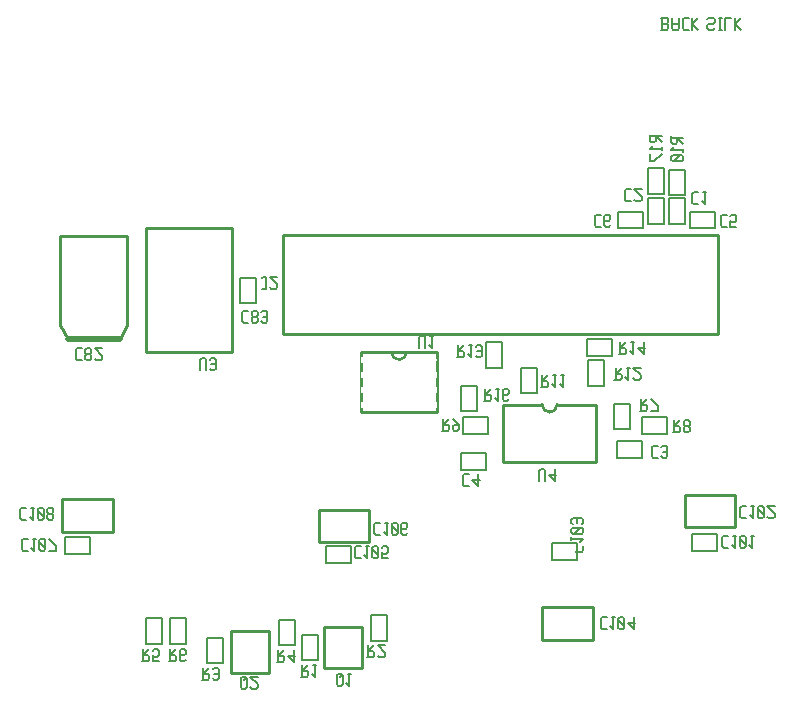
<source format=gbr>
G04 Title: RX Daughterboard, silkscreen, solder side *
G04 Creator: pcb-bin 1.99p *
G04 CreationDate: Tue 01 Mar 2005 01:13:31 AM GMT UTC *
G04 For: matt *
G04 Format: Gerber/RS-274X *
G04 PCB-Dimensions: 330000 250000 *
G04 PCB-Coordinate-Origin: lower left *
%MOIN*%
%FSLAX24Y24*%
%IPPOS*%
%ADD11C,0.0400*%
%ADD12C,0.0250*%
%ADD13C,0.0450*%
%ADD14C,0.0080*%
%ADD15C,0.0280*%
%ADD16C,0.0100*%
%ADD17C,0.0300*%
%ADD18C,0.0600*%
%ADD19C,0.0240*%
%ADD20R,0.0240X0.0240*%
%ADD21R,0.0440X0.0440*%
%ADD22R,0.0300X0.0300*%
%ADD23C,0.0060*%
%ADD24R,0.0480X0.0480*%
%ADD25R,0.0680X0.0680*%
%ADD26R,0.0540X0.0540*%
%ADD27R,0.0970X0.0970*%
%ADD28R,0.1170X0.1170*%
%ADD29R,0.1030X0.1030*%
%ADD30C,0.0200*%
%ADD31R,0.0560X0.0560*%
%ADD32R,0.0860X0.0860*%
%ADD33R,0.0620X0.0620*%
%ADD34R,0.1220X0.1220*%
%ADD35R,0.1520X0.1520*%
%ADD36R,0.1280X0.1280*%
%ADD37R,0.0340X0.0340*%
%ADD38R,0.0640X0.0640*%
%ADD39R,0.0400X0.0400*%
%ADD40R,0.0200X0.0200*%
%ADD41C,0.0720*%
%ADD42C,0.0920X0.0720*%
%ADD43C,0.0920*%
%ADD44C,0.0340*%
%ADD45R,0.0600X0.0600*%
%ADD46R,0.0660X0.0660*%
%ADD47R,0.0900X0.0900X0.0600X0.0600*%
%ADD48R,0.0900X0.0900*%
%ADD49C,0.0660*%
%AMTHERM1*7,0,0,0.0900,0.0600,0.0100,45*%
%ADD50THERM1*%
%ADD51C,0.0900X0.0600*%
%ADD52C,0.0900*%
%ADD53C,0.0500*%
%ADD54R,0.0500X0.0500*%
%ADD55C,0.0750*%
%ADD56C,0.0810*%
%ADD57C,0.0950X0.0750*%
%ADD58C,0.0950*%
%ADD59C,0.0125*%
%AMTHERM2*7,0,0,0.0950,0.0750,0.0125,45*%
%ADD60THERM2*%
%ADD61C,0.1400*%
%ADD62C,0.1460*%
%ADD63C,0.1600X0.1400*%
%ADD64C,0.1600*%
%ADD65C,0.2100*%
%ADD66C,0.2160*%
%AMTHERM3*7,0,0,0.2300,0.2100,0.0500,45*%
%ADD67THERM3*%
%ADD68C,0.2300X0.2100*%
%ADD69C,0.2300*%
%ADD70C,0.0150*%
%ADD71C,0.1320*%
%ADD72C,0.1100*%
%ADD73C,0.1520*%
%ADD74C,0.1520X0.1320*%
%ADD75C,0.0610*%
%ADD76C,0.0610X0.0450*%
%ADD77C,0.0160*%
%AMTHERM4*7,0,0,0.0800,0.0600,0.0160,45*%
%ADD78THERM4*%
%ADD79C,0.0800*%
%ADD80C,0.0800X0.0600*%
%AMTHERM5*7,0,0,0.0800,0.0600,0.0125,45*%
%ADD81THERM5*%
%AMTHERM6*7,0,0,0.0600,0.0400,0.0100,45*%
%ADD82THERM6*%
%ADD83C,0.0600X0.0400*%
%ADD84C,0.0360*%
%ADD85C,0.0560*%
%ADD86C,0.0560X0.0360*%
%AMTHERM7*7,0,0,0.0560,0.0360,0.0080,45*%
%ADD87THERM7*%
%LNGROUP_1*%
%LPD*%
G01X0Y0D02*
G54D23*X6630Y5680D02*Y6220D01*
X7470D01*
Y5680D01*
X6630D01*
G04 Text: C107 *
G54D14*X5250Y6180D02*X5400D01*
X5200Y6130D02*X5250Y6180D01*
X5200Y5830D02*Y6130D01*
Y5830D02*X5250Y5780D01*
X5400D01*
X5570Y6180D02*X5670D01*
X5620Y5780D02*Y6180D01*
X5520Y5880D02*X5620Y5780D01*
X5790Y6130D02*X5840Y6180D01*
X5790Y5830D02*Y6130D01*
Y5830D02*X5840Y5780D01*
X5940D01*
X5990Y5830D01*
Y6130D01*
X5940Y6180D02*X5990Y6130D01*
X5840Y6180D02*X5940D01*
X5790Y6080D02*X5990Y5880D01*
X6110Y6180D02*X6360Y5930D01*
Y5780D02*Y5930D01*
X6110Y5780D02*X6360D01*
G54D16*X6560Y6410D02*Y7490D01*
X8240D01*
Y6410D01*
X6560D01*
G04 Text: C108 *
G54D14*X5200Y7210D02*X5350D01*
X5150Y7160D02*X5200Y7210D01*
X5150Y6860D02*Y7160D01*
Y6860D02*X5200Y6810D01*
X5350D01*
X5520Y7210D02*X5620D01*
X5570Y6810D02*Y7210D01*
X5470Y6910D02*X5570Y6810D01*
X5740Y7160D02*X5790Y7210D01*
X5740Y6860D02*Y7160D01*
Y6860D02*X5790Y6810D01*
X5890D01*
X5940Y6860D01*
Y7160D01*
X5890Y7210D02*X5940Y7160D01*
X5790Y7210D02*X5890D01*
X5740Y7110D02*X5940Y6910D01*
X6060Y7160D02*X6110Y7210D01*
X6060Y7060D02*Y7160D01*
Y7060D02*X6110Y7010D01*
X6210D01*
X6260Y7060D01*
Y7160D01*
X6210Y7210D02*X6260Y7160D01*
X6110Y7210D02*X6210D01*
X6060Y6960D02*X6110Y7010D01*
X6060Y6860D02*Y6960D01*
Y6860D02*X6110Y6810D01*
X6210D01*
X6260Y6860D01*
Y6960D01*
X6210Y7010D02*X6260Y6960D01*
G54D23*X15330Y5380D02*Y5920D01*
X16170D01*
Y5380D01*
X15330D01*
G04 Text: C105 *
G54D14*X16350Y5930D02*X16500D01*
X16300Y5880D02*X16350Y5930D01*
X16300Y5580D02*Y5880D01*
Y5580D02*X16350Y5530D01*
X16500D01*
X16670Y5930D02*X16770D01*
X16720Y5530D02*Y5930D01*
X16620Y5630D02*X16720Y5530D01*
X16890Y5880D02*X16940Y5930D01*
X16890Y5580D02*Y5880D01*
Y5580D02*X16940Y5530D01*
X17040D01*
X17090Y5580D01*
Y5880D01*
X17040Y5930D02*X17090Y5880D01*
X16940Y5930D02*X17040D01*
X16890Y5830D02*X17090Y5630D01*
X17210Y5530D02*X17410D01*
X17210D02*Y5730D01*
X17260Y5680D01*
X17360D01*
X17410Y5730D01*
Y5880D01*
X17360Y5930D02*X17410Y5880D01*
X17260Y5930D02*X17360D01*
X17210Y5880D02*X17260Y5930D01*
G54D16*X15110Y6060D02*Y7140D01*
X16790D01*
Y6060D01*
X15110D01*
G04 Text: C106 *
G54D14*X17000Y6710D02*X17150D01*
X16950Y6660D02*X17000Y6710D01*
X16950Y6360D02*Y6660D01*
Y6360D02*X17000Y6310D01*
X17150D01*
X17320Y6710D02*X17420D01*
X17370Y6310D02*Y6710D01*
X17270Y6410D02*X17370Y6310D01*
X17540Y6660D02*X17590Y6710D01*
X17540Y6360D02*Y6660D01*
Y6360D02*X17590Y6310D01*
X17690D01*
X17740Y6360D01*
Y6660D01*
X17690Y6710D02*X17740Y6660D01*
X17590Y6710D02*X17690D01*
X17540Y6610D02*X17740Y6410D01*
X18010Y6310D02*X18060Y6360D01*
X17910Y6310D02*X18010D01*
X17860Y6360D02*X17910Y6310D01*
X17860Y6360D02*Y6660D01*
X17910Y6710D01*
X18010Y6510D02*X18060Y6560D01*
X17860Y6510D02*X18010D01*
X17910Y6710D02*X18010D01*
X18060Y6660D01*
Y6560D02*Y6660D01*
G54D23*X22880Y5480D02*Y6020D01*
X23720D01*
Y5480D01*
X22880D01*
G04 Text: C103 *
G54D14*X23520Y5800D02*Y5950D01*
X23570Y5750D02*X23520Y5800D01*
X23570Y5750D02*X23870D01*
X23920Y5800D01*
Y5950D01*
X23520Y6120D02*Y6220D01*
Y6170D02*X23920D01*
X23820Y6070D02*X23920Y6170D01*
X23570Y6340D02*X23520Y6390D01*
X23570Y6340D02*X23870D01*
X23920Y6390D01*
Y6490D01*
X23870Y6540D01*
X23570D02*X23870D01*
X23520Y6490D02*X23570Y6540D01*
X23520Y6390D02*Y6490D01*
X23620Y6340D02*X23820Y6540D01*
X23870Y6660D02*X23920Y6710D01*
Y6810D01*
X23870Y6860D01*
X23570D02*X23870D01*
X23520Y6810D02*X23570Y6860D01*
X23520Y6710D02*Y6810D01*
X23570Y6660D02*X23520Y6710D01*
X23720D02*Y6860D01*
G54D16*X22560Y2810D02*Y3890D01*
X24240D01*
Y2810D01*
X22560D01*
G04 Text: C104 *
G54D14*X24550Y3560D02*X24700D01*
X24500Y3510D02*X24550Y3560D01*
X24500Y3210D02*Y3510D01*
Y3210D02*X24550Y3160D01*
X24700D01*
X24870Y3560D02*X24970D01*
X24920Y3160D02*Y3560D01*
X24820Y3260D02*X24920Y3160D01*
X25090Y3510D02*X25140Y3560D01*
X25090Y3210D02*Y3510D01*
Y3210D02*X25140Y3160D01*
X25240D01*
X25290Y3210D01*
Y3510D01*
X25240Y3560D02*X25290Y3510D01*
X25140Y3560D02*X25240D01*
X25090Y3460D02*X25290Y3260D01*
X25410Y3360D02*X25610Y3160D01*
X25410Y3360D02*X25660D01*
X25610Y3160D02*Y3560D01*
G54D23*X27530Y6320D02*Y5780D01*
Y6320D02*X28370D01*
Y5780D01*
X27530D02*X28370D01*
G04 Text: C101 *
G54D14*X28600Y6280D02*X28750D01*
X28550Y6230D02*X28600Y6280D01*
X28550Y5930D02*Y6230D01*
Y5930D02*X28600Y5880D01*
X28750D01*
X28920Y6280D02*X29020D01*
X28970Y5880D02*Y6280D01*
X28870Y5980D02*X28970Y5880D01*
X29140Y6230D02*X29190Y6280D01*
X29140Y5930D02*Y6230D01*
Y5930D02*X29190Y5880D01*
X29290D01*
X29340Y5930D01*
Y6230D01*
X29290Y6280D02*X29340Y6230D01*
X29190Y6280D02*X29290D01*
X29140Y6180D02*X29340Y5980D01*
X29510Y6280D02*X29610D01*
X29560Y5880D02*Y6280D01*
X29460Y5980D02*X29560Y5880D01*
G54D16*X27310Y7640D02*Y6560D01*
Y7640D02*X28990D01*
Y6560D01*
X27310D02*X28990D01*
G04 Text: C102 *
G54D14*X29200Y7260D02*X29350D01*
X29150Y7210D02*X29200Y7260D01*
X29150Y6910D02*Y7210D01*
Y6910D02*X29200Y6860D01*
X29350D01*
X29520Y7260D02*X29620D01*
X29570Y6860D02*Y7260D01*
X29470Y6960D02*X29570Y6860D01*
X29740Y7210D02*X29790Y7260D01*
X29740Y6910D02*Y7210D01*
Y6910D02*X29790Y6860D01*
X29890D01*
X29940Y6910D01*
Y7210D01*
X29890Y7260D02*X29940Y7210D01*
X29790Y7260D02*X29890D01*
X29740Y7160D02*X29940Y6960D01*
X30060Y6910D02*X30110Y6860D01*
X30260D01*
X30310Y6910D01*
Y7010D01*
X30060Y7260D02*X30310Y7010D01*
X30060Y7260D02*X30310D01*
G54D23*X12480Y14870D02*X13020D01*
Y14030D01*
X12480D02*X13020D01*
X12480Y14870D02*Y14030D01*
G04 Text: C83 *
G54D14*X12600Y13780D02*X12750D01*
X12550Y13730D02*X12600Y13780D01*
X12550Y13430D02*Y13730D01*
Y13430D02*X12600Y13380D01*
X12750D01*
X12870Y13730D02*X12920Y13780D01*
X12870Y13630D02*Y13730D01*
Y13630D02*X12920Y13580D01*
X13020D01*
X13070Y13630D01*
Y13730D01*
X13020Y13780D02*X13070Y13730D01*
X12920Y13780D02*X13020D01*
X12870Y13530D02*X12920Y13580D01*
X12870Y13430D02*Y13530D01*
Y13430D02*X12920Y13380D01*
X13020D01*
X13070Y13430D01*
Y13530D01*
X13020Y13580D02*X13070Y13530D01*
X13190Y13430D02*X13240Y13380D01*
X13340D01*
X13390Y13430D01*
Y13730D01*
X13340Y13780D02*X13390Y13730D01*
X13240Y13780D02*X13340D01*
X13190Y13730D02*X13240Y13780D01*
Y13580D02*X13390D01*
G54D30*X6730Y12820D02*X8470D01*
G54D16*X6730D02*X6480Y13300D01*
Y16280D02*Y13300D01*
Y16280D02*X8720D01*
Y13300D01*
X8470Y12820D01*
G04 Text: C82 *
G54D14*X7050Y12520D02*X7200D01*
X7000Y12470D02*X7050Y12520D01*
X7000Y12170D02*Y12470D01*
Y12170D02*X7050Y12120D01*
X7200D01*
X7320Y12470D02*X7370Y12520D01*
X7320Y12370D02*Y12470D01*
Y12370D02*X7370Y12320D01*
X7470D01*
X7520Y12370D01*
Y12470D01*
X7470Y12520D02*X7520Y12470D01*
X7370Y12520D02*X7470D01*
X7320Y12270D02*X7370Y12320D01*
X7320Y12170D02*Y12270D01*
Y12170D02*X7370Y12120D01*
X7470D01*
X7520Y12170D01*
Y12270D01*
X7470Y12320D02*X7520Y12270D01*
X7640Y12170D02*X7690Y12120D01*
X7840D01*
X7890Y12170D01*
Y12270D01*
X7640Y12520D02*X7890Y12270D01*
X7640Y12520D02*X7890D01*
G54D16*X12200Y16550D02*Y12410D01*
X9350D02*X12200D01*
X9350Y16550D02*Y12410D01*
Y16550D02*X12200D01*
G04 Text: U3 *
G54D14*X11150Y11800D02*Y12150D01*
X11200Y12200D01*
X11300D01*
X11350Y12150D01*
Y11800D02*Y12150D01*
X11470Y11850D02*X11520Y11800D01*
X11620D01*
X11670Y11850D01*
Y12150D01*
X11620Y12200D02*X11670Y12150D01*
X11520Y12200D02*X11620D01*
X11470Y12150D02*X11520Y12200D01*
Y12000D02*X11670D01*
G54D23*X9330Y2680D02*X9870D01*
X9330Y3520D02*Y2680D01*
Y3520D02*X9870D01*
Y2680D01*
G04 Text: R5 *
G54D14*X9200Y2100D02*X9400D01*
X9450Y2150D01*
Y2250D01*
X9400Y2300D02*X9450Y2250D01*
X9250Y2300D02*X9400D01*
X9250Y2100D02*Y2500D01*
Y2300D02*X9450Y2500D01*
X9570Y2100D02*X9770D01*
X9570D02*Y2300D01*
X9620Y2250D01*
X9720D01*
X9770Y2300D01*
Y2450D01*
X9720Y2500D02*X9770Y2450D01*
X9620Y2500D02*X9720D01*
X9570Y2450D02*X9620Y2500D01*
G54D23*X11380Y2030D02*X11920D01*
X11380Y2870D02*Y2030D01*
Y2870D02*X11920D01*
Y2030D01*
G04 Text: R3 *
G54D14*X11200Y1480D02*X11400D01*
X11450Y1530D01*
Y1630D01*
X11400Y1680D02*X11450Y1630D01*
X11250Y1680D02*X11400D01*
X11250Y1480D02*Y1880D01*
Y1680D02*X11450Y1880D01*
X11570Y1530D02*X11620Y1480D01*
X11720D01*
X11770Y1530D01*
Y1830D01*
X11720Y1880D02*X11770Y1830D01*
X11620Y1880D02*X11720D01*
X11570Y1830D02*X11620Y1880D01*
Y1680D02*X11770D01*
G54D16*X13450Y3100D02*Y1710D01*
X12170D02*X13450D01*
X12170Y3100D02*Y1710D01*
Y3100D02*X13450D01*
G04 Text: Q2 *
G54D14*X12500Y1220D02*Y1520D01*
Y1220D02*X12550Y1170D01*
X12650D01*
X12700Y1220D01*
Y1520D01*
X12650Y1570D02*X12700Y1520D01*
X12550Y1570D02*X12650D01*
X12500Y1520D02*X12550Y1570D01*
X12600Y1470D02*X12700Y1570D01*
X12820Y1220D02*X12870Y1170D01*
X13020D01*
X13070Y1220D01*
Y1320D01*
X12820Y1570D02*X13070Y1320D01*
X12820Y1570D02*X13070D01*
G54D23*X25880Y9680D02*Y10220D01*
X26720D01*
Y9680D01*
X25880D01*
G04 Text: R8 *
G54D14*X26900Y9730D02*X27100D01*
X27150Y9780D01*
Y9880D01*
X27100Y9930D02*X27150Y9880D01*
X26950Y9930D02*X27100D01*
X26950Y9730D02*Y10130D01*
Y9930D02*X27150Y10130D01*
X27270Y10080D02*X27320Y10130D01*
X27270Y9980D02*Y10080D01*
Y9980D02*X27320Y9930D01*
X27420D01*
X27470Y9980D01*
Y10080D01*
X27420Y10130D02*X27470Y10080D01*
X27320Y10130D02*X27420D01*
X27270Y9880D02*X27320Y9930D01*
X27270Y9780D02*Y9880D01*
Y9780D02*X27320Y9730D01*
X27420D01*
X27470Y9780D01*
Y9880D01*
X27420Y9930D02*X27470Y9880D01*
G54D23*X24030Y12820D02*Y12280D01*
Y12820D02*X24870D01*
Y12280D01*
X24030D02*X24870D01*
G04 Text: R14 *
G54D14*X25100Y12330D02*X25300D01*
X25350Y12380D01*
Y12480D01*
X25300Y12530D02*X25350Y12480D01*
X25150Y12530D02*X25300D01*
X25150Y12330D02*Y12730D01*
Y12530D02*X25350Y12730D01*
X25520D02*X25620D01*
X25570Y12330D02*Y12730D01*
X25470Y12430D02*X25570Y12330D01*
X25740Y12530D02*X25940Y12330D01*
X25740Y12530D02*X25990D01*
X25940Y12330D02*Y12730D01*
G54D16*X24350Y10650D02*Y8750D01*
X21250D02*X24350D01*
X21250Y10650D02*Y8750D01*
X23050Y10650D02*X24350D01*
X21250D02*X22550D01*
G75*G03X23050Y10650I250J0D01*G01*
G04 Text: U4 *
G54D14*X22450Y8100D02*Y8450D01*
X22500Y8500D01*
X22600D01*
X22650Y8450D01*
Y8100D02*Y8450D01*
X22770Y8300D02*X22970Y8100D01*
X22770Y8300D02*X23020D01*
X22970Y8100D02*Y8500D01*
G54D23*X20680Y11880D02*X21220D01*
X20680Y12720D02*Y11880D01*
Y12720D02*X21220D01*
Y11880D01*
G04 Text: R13 *
G54D14*X19700Y12230D02*X19900D01*
X19950Y12280D01*
Y12380D01*
X19900Y12430D02*X19950Y12380D01*
X19750Y12430D02*X19900D01*
X19750Y12230D02*Y12630D01*
Y12430D02*X19950Y12630D01*
X20120D02*X20220D01*
X20170Y12230D02*Y12630D01*
X20070Y12330D02*X20170Y12230D01*
X20340Y12280D02*X20390Y12230D01*
X20490D01*
X20540Y12280D01*
Y12580D01*
X20490Y12630D02*X20540Y12580D01*
X20390Y12630D02*X20490D01*
X20340Y12580D02*X20390Y12630D01*
Y12430D02*X20540D01*
G54D23*X19830Y10430D02*X20370D01*
X19830Y11270D02*Y10430D01*
Y11270D02*X20370D01*
Y10430D01*
G04 Text: R16 *
G54D14*X20600Y10780D02*X20800D01*
X20850Y10830D01*
Y10930D01*
X20800Y10980D02*X20850Y10930D01*
X20650Y10980D02*X20800D01*
X20650Y10780D02*Y11180D01*
Y10980D02*X20850Y11180D01*
X21020D02*X21120D01*
X21070Y10780D02*Y11180D01*
X20970Y10880D02*X21070Y10780D01*
X21390D02*X21440Y10830D01*
X21290Y10780D02*X21390D01*
X21240Y10830D02*X21290Y10780D01*
X21240Y10830D02*Y11130D01*
X21290Y11180D01*
X21390Y10980D02*X21440Y11030D01*
X21240Y10980D02*X21390D01*
X21290Y11180D02*X21390D01*
X21440Y11130D01*
Y11030D02*Y11130D01*
G54D23*X19830Y9020D02*Y8480D01*
Y9020D02*X20670D01*
Y8480D01*
X19830D02*X20670D01*
G04 Text: C4 *
G54D14*X19950Y8330D02*X20100D01*
X19900Y8280D02*X19950Y8330D01*
X19900Y7980D02*Y8280D01*
Y7980D02*X19950Y7930D01*
X20100D01*
X20220Y8130D02*X20420Y7930D01*
X20220Y8130D02*X20470D01*
X20420Y7930D02*Y8330D01*
G54D23*X24080Y11280D02*X24620D01*
X24080Y12120D02*Y11280D01*
Y12120D02*X24620D01*
Y11280D01*
G04 Text: R12 *
G54D14*X24950Y11480D02*X25150D01*
X25200Y11530D01*
Y11630D01*
X25150Y11680D02*X25200Y11630D01*
X25000Y11680D02*X25150D01*
X25000Y11480D02*Y11880D01*
Y11680D02*X25200Y11880D01*
X25370D02*X25470D01*
X25420Y11480D02*Y11880D01*
X25320Y11580D02*X25420Y11480D01*
X25590Y11530D02*X25640Y11480D01*
X25790D01*
X25840Y11530D01*
Y11630D01*
X25590Y11880D02*X25840Y11630D01*
X25590Y11880D02*X25840D01*
G54D23*X21830Y11030D02*X22370D01*
X21830Y11870D02*Y11030D01*
Y11870D02*X22370D01*
Y11030D01*
G04 Text: R11 *
G54D14*X22500Y11230D02*X22700D01*
X22750Y11280D01*
Y11380D01*
X22700Y11430D02*X22750Y11380D01*
X22550Y11430D02*X22700D01*
X22550Y11230D02*Y11630D01*
Y11430D02*X22750Y11630D01*
X22920D02*X23020D01*
X22970Y11230D02*Y11630D01*
X22870Y11330D02*X22970Y11230D01*
X23190Y11630D02*X23290D01*
X23240Y11230D02*Y11630D01*
X23140Y11330D02*X23240Y11230D01*
G54D23*X24930Y10670D02*X25470D01*
Y9830D02*Y10670D01*
X24930Y9830D02*X25470D01*
X24930D02*Y10670D01*
G04 Text: R7 *
G54D14*X25800Y10450D02*X26000D01*
X26050Y10500D01*
Y10600D01*
X26000Y10650D02*X26050Y10600D01*
X25850Y10650D02*X26000D01*
X25850Y10450D02*Y10850D01*
Y10650D02*X26050Y10850D01*
X26170D02*X26420Y10600D01*
Y10450D02*Y10600D01*
X26170Y10450D02*X26420D01*
G54D16*X13899Y16318D02*Y13018D01*
Y16318D02*X28399D01*
X13899Y13018D02*X28399D01*
Y16318D02*Y13018D01*
G04 Text: J2 *
G54D14*X13199Y14518D02*X13349D01*
Y14868D01*
X13299Y14918D02*X13349Y14868D01*
X13249Y14918D02*X13299D01*
X13199Y14868D02*X13249Y14918D01*
X13469Y14568D02*X13519Y14518D01*
X13669D01*
X13719Y14568D01*
Y14668D01*
X13469Y14918D02*X13719Y14668D01*
X13469Y14918D02*X13719D01*
G54D23*X25920Y17070D02*Y16530D01*
X25080D02*X25920D01*
X25080Y17070D02*Y16530D01*
Y17070D02*X25920D01*
G04 Text: C6 *
G54D14*X24350Y16980D02*X24500D01*
X24300Y16930D02*X24350Y16980D01*
X24300Y16630D02*Y16930D01*
Y16630D02*X24350Y16580D01*
X24500D01*
X24770D02*X24820Y16630D01*
X24670Y16580D02*X24770D01*
X24620Y16630D02*X24670Y16580D01*
X24620Y16630D02*Y16930D01*
X24670Y16980D01*
X24770Y16780D02*X24820Y16830D01*
X24620Y16780D02*X24770D01*
X24670Y16980D02*X24770D01*
X24820Y16930D01*
Y16830D02*Y16930D01*
G54D23*X27480Y16530D02*Y17070D01*
X28320D01*
Y16530D01*
X27480D01*
G04 Text: C5 *
G54D14*X28550Y16980D02*X28700D01*
X28500Y16930D02*X28550Y16980D01*
X28500Y16630D02*Y16930D01*
Y16630D02*X28550Y16580D01*
X28700D01*
X28820D02*X29020D01*
X28820D02*Y16780D01*
X28870Y16730D01*
X28970D01*
X29020Y16780D01*
Y16930D01*
X28970Y16980D02*X29020Y16930D01*
X28870Y16980D02*X28970D01*
X28820Y16930D02*X28870Y16980D01*
G54D23*X16830Y2780D02*X17370D01*
X16830Y3620D02*Y2780D01*
Y3620D02*X17370D01*
Y2780D01*
G04 Text: R2 *
G54D14*X16700Y2230D02*X16900D01*
X16950Y2280D01*
Y2380D01*
X16900Y2430D02*X16950Y2380D01*
X16750Y2430D02*X16900D01*
X16750Y2230D02*Y2630D01*
Y2430D02*X16950Y2630D01*
X17070Y2280D02*X17120Y2230D01*
X17270D01*
X17320Y2280D01*
Y2380D01*
X17070Y2630D02*X17320Y2380D01*
X17070Y2630D02*X17320D01*
G54D23*X14530Y2130D02*X15070D01*
X14530Y2970D02*Y2130D01*
Y2970D02*X15070D01*
Y2130D01*
G04 Text: R1 *
G54D14*X14500Y1580D02*X14700D01*
X14750Y1630D01*
Y1730D01*
X14700Y1780D02*X14750Y1730D01*
X14550Y1780D02*X14700D01*
X14550Y1580D02*Y1980D01*
Y1780D02*X14750Y1980D01*
X14920D02*X15020D01*
X14970Y1580D02*Y1980D01*
X14870Y1680D02*X14970Y1580D01*
G54D16*X16550Y1860D02*Y3250D01*
X15270Y1860D02*X16550D01*
X15270D02*Y3250D01*
X16550D01*
G04 Text: Q1 *
G54D14*X15700Y1320D02*Y1620D01*
Y1320D02*X15750Y1270D01*
X15850D01*
X15900Y1320D01*
Y1620D01*
X15850Y1670D02*X15900Y1620D01*
X15750Y1670D02*X15850D01*
X15700Y1620D02*X15750Y1670D01*
X15800Y1570D02*X15900Y1670D01*
X16070D02*X16170D01*
X16120Y1270D02*Y1670D01*
X16020Y1370D02*X16120Y1270D01*
G54D23*X13780Y2630D02*X14320D01*
X13780Y3470D02*Y2630D01*
Y3470D02*X14320D01*
Y2630D01*
G04 Text: R4 *
G54D14*X13700Y2080D02*X13900D01*
X13950Y2130D01*
Y2230D01*
X13900Y2280D02*X13950Y2230D01*
X13750Y2280D02*X13900D01*
X13750Y2080D02*Y2480D01*
Y2280D02*X13950Y2480D01*
X14070Y2280D02*X14270Y2080D01*
X14070Y2280D02*X14320D01*
X14270Y2080D02*Y2480D01*
G54D23*X26080Y16680D02*X26620D01*
X26080Y17520D02*Y16680D01*
Y17520D02*X26620D01*
Y16680D01*
G04 Text: C2 *
G54D14*X25350Y17830D02*X25500D01*
X25300Y17780D02*X25350Y17830D01*
X25300Y17480D02*Y17780D01*
Y17480D02*X25350Y17430D01*
X25500D01*
X25620Y17480D02*X25670Y17430D01*
X25820D01*
X25870Y17480D01*
Y17580D01*
X25620Y17830D02*X25870Y17580D01*
X25620Y17830D02*X25870D01*
G54D23*X26780Y16680D02*X27320D01*
X26780Y17520D02*Y16680D01*
Y17520D02*X27320D01*
Y16680D01*
G04 Text: C1 *
G54D14*X27600Y17730D02*X27750D01*
X27550Y17680D02*X27600Y17730D01*
X27550Y17380D02*Y17680D01*
Y17380D02*X27600Y17330D01*
X27750D01*
X27920Y17730D02*X28020D01*
X27970Y17330D02*Y17730D01*
X27870Y17430D02*X27970Y17330D01*
G54D16*X17530Y12400D02*X19040D01*
X16520D02*X18030D01*
X16520Y10400D02*Y12400D01*
Y10400D02*X19040D01*
Y12400D01*
X17530D02*G75*G03X18030Y12400I250J0D01*G01*
G04 Text: U1 *
G54D14*X18450Y12550D02*Y12900D01*
X18500Y12950D01*
X18600D01*
X18650Y12900D01*
Y12550D02*Y12900D01*
X18820Y12950D02*X18920D01*
X18870Y12550D02*Y12950D01*
X18770Y12650D02*X18870Y12550D01*
G54D23*X25870Y9420D02*Y8880D01*
X25030D02*X25870D01*
X25030Y9420D02*Y8880D01*
Y9420D02*X25870D01*
G04 Text: C3 *
G54D14*X26250Y9280D02*X26400D01*
X26200Y9230D02*X26250Y9280D01*
X26200Y8930D02*Y9230D01*
Y8930D02*X26250Y8880D01*
X26400D01*
X26520Y8930D02*X26570Y8880D01*
X26670D01*
X26720Y8930D01*
Y9230D01*
X26670Y9280D02*X26720Y9230D01*
X26570Y9280D02*X26670D01*
X26520Y9230D02*X26570Y9280D01*
Y9080D02*X26720D01*
G54D23*X26080Y18520D02*X26620D01*
Y17680D01*
X26080D02*X26620D01*
X26080Y18520D02*Y17680D01*
G04 Text: R17 *
G54D14*X26130Y19450D02*Y19650D01*
Y19450D02*X26180Y19400D01*
X26280D01*
X26330Y19450D02*X26280Y19400D01*
X26330Y19450D02*Y19600D01*
X26130D02*X26530D01*
X26330D02*X26530Y19400D01*
Y19129D02*Y19229D01*
X26130Y19179D02*X26530D01*
X26230Y19279D02*X26130Y19179D01*
X26530Y19009D02*X26280Y18759D01*
X26130D02*X26280D01*
X26130D02*Y19009D01*
G54D23*X26780Y18470D02*X27320D01*
Y17630D01*
X26780D02*X27320D01*
X26780Y18470D02*Y17630D01*
G04 Text: R10 *
G54D14*X26850Y19400D02*Y19600D01*
Y19400D02*X26900Y19350D01*
X27000D01*
X27050Y19400D02*X27000Y19350D01*
X27050Y19400D02*Y19550D01*
X26850D02*X27250D01*
X27050D02*X27250Y19350D01*
Y19079D02*Y19179D01*
X26850Y19129D02*X27250D01*
X26950Y19229D02*X26850Y19129D01*
X27200Y18959D02*X27250Y18909D01*
X26900Y18959D02*X27200D01*
X26900D02*X26850Y18909D01*
Y18809D02*Y18909D01*
Y18809D02*X26900Y18759D01*
X27200D01*
X27250Y18809D02*X27200Y18759D01*
X27250Y18809D02*Y18909D01*
X27150Y18959D02*X26950Y18759D01*
G54D23*X20760Y10220D02*Y9680D01*
X19920D02*X20760D01*
X19920Y10220D02*Y9680D01*
Y10220D02*X20760D01*
G04 Text: R9 *
G54D14*X19200Y9770D02*X19400D01*
X19450Y9820D01*
Y9920D01*
X19400Y9970D02*X19450Y9920D01*
X19250Y9970D02*X19400D01*
X19250Y9770D02*Y10170D01*
Y9970D02*X19450Y10170D01*
X19570D02*X19770Y9970D01*
Y9820D02*Y9970D01*
X19720Y9770D02*X19770Y9820D01*
X19620Y9770D02*X19720D01*
X19570Y9820D02*X19620Y9770D01*
X19570Y9820D02*Y9920D01*
X19620Y9970D01*
X19770D01*
G54D23*X10130Y3520D02*X10670D01*
Y2680D01*
X10130D02*X10670D01*
X10130Y3520D02*Y2680D01*
G04 Text: R6 *
G54D14*X10100Y2100D02*X10300D01*
X10350Y2150D01*
Y2250D01*
X10300Y2300D02*X10350Y2250D01*
X10150Y2300D02*X10300D01*
X10150Y2100D02*Y2500D01*
Y2300D02*X10350Y2500D01*
X10620Y2100D02*X10670Y2150D01*
X10520Y2100D02*X10620D01*
X10470Y2150D02*X10520Y2100D01*
X10470Y2150D02*Y2450D01*
X10520Y2500D01*
X10620Y2300D02*X10670Y2350D01*
X10470Y2300D02*X10620D01*
X10520Y2500D02*X10620D01*
X10670Y2450D01*
Y2350D02*Y2450D01*
G04 Text: BACK SILK *
X26500Y23550D02*X26700D01*
X26750Y23500D01*
Y23400D02*Y23500D01*
X26700Y23350D02*X26750Y23400D01*
X26550Y23350D02*X26700D01*
X26550Y23150D02*Y23550D01*
X26500Y23150D02*X26700D01*
X26750Y23200D01*
Y23300D01*
X26700Y23350D02*X26750Y23300D01*
X26870Y23200D02*Y23550D01*
Y23200D02*X26920Y23150D01*
X27070D01*
X27120Y23200D01*
Y23550D01*
X26870Y23350D02*X27120D01*
X27290Y23550D02*X27440D01*
X27240Y23500D02*X27290Y23550D01*
X27240Y23200D02*Y23500D01*
Y23200D02*X27290Y23150D01*
X27440D01*
X27560D02*Y23550D01*
Y23350D02*X27760Y23150D01*
X27560Y23350D02*X27760Y23550D01*
X28260Y23150D02*X28310Y23200D01*
X28110Y23150D02*X28260D01*
X28060Y23200D02*X28110Y23150D01*
X28060Y23200D02*Y23300D01*
X28110Y23350D01*
X28260D01*
X28310Y23400D01*
Y23500D01*
X28260Y23550D02*X28310Y23500D01*
X28110Y23550D02*X28260D01*
X28060Y23500D02*X28110Y23550D01*
X28430Y23150D02*X28530D01*
X28480D02*Y23550D01*
X28430D02*X28530D01*
X28650Y23150D02*Y23550D01*
X28850D01*
X28970Y23150D02*Y23550D01*
Y23350D02*X29170Y23150D01*
X28970Y23350D02*X29170Y23550D01*
%LNCUTS*%
%LPC*%
G54D65*X910Y19550D03*
X31780D03*
G54D20*X23540Y5840D02*Y5660D01*
G54D24*X22920Y3530D02*Y3170D01*
X23880Y3530D02*Y3170D01*
G54D30*X18660Y12150D02*X18940D01*
G54D40*X18660Y11650D02*X18940D01*
X18660Y11150D02*X18940D01*
X18660Y10650D02*X18940D01*
X16620D02*X16900D01*
X16620Y11150D02*X16900D01*
X16620Y11650D02*X16900D01*
X16620Y12150D02*X16900D01*
M02*

</source>
